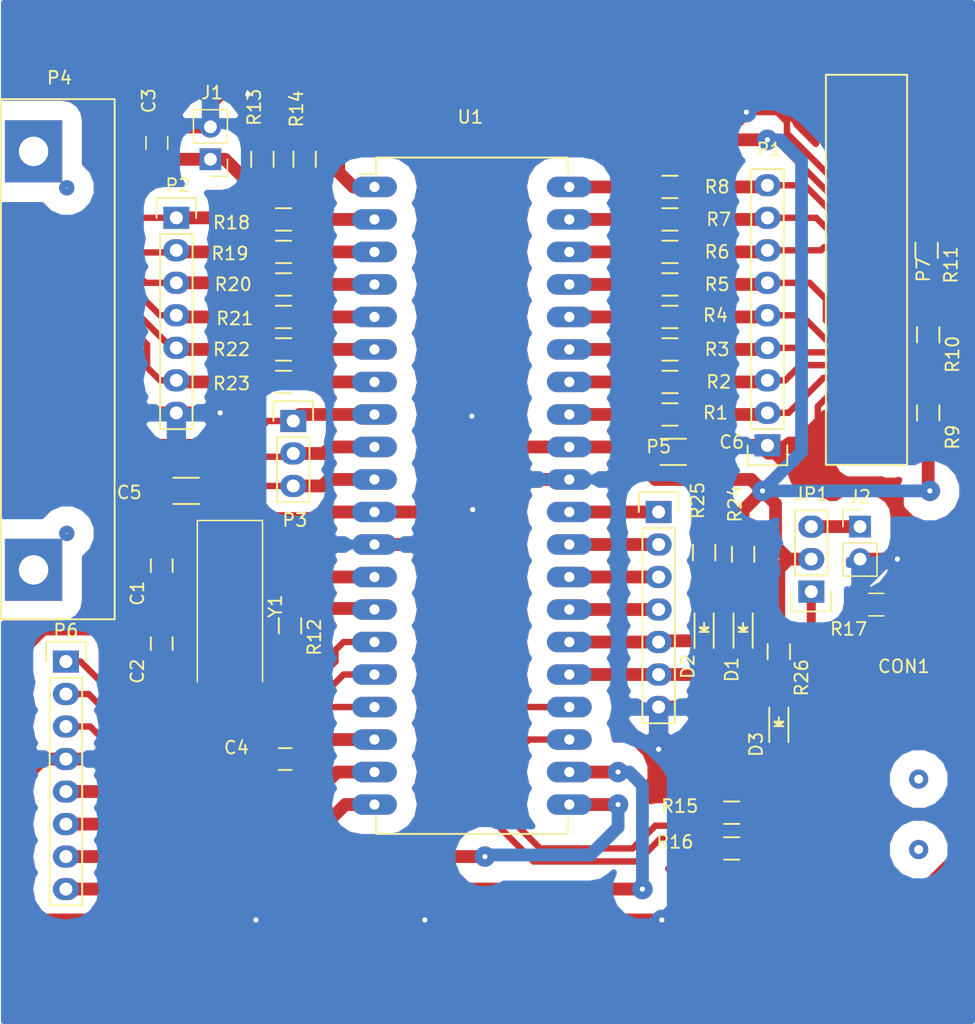
<source format=kicad_pcb>
(kicad_pcb (version 4) (host pcbnew 4.0.6-e0-6349~53~ubuntu14.04.1)
  (title_block (title "Tarjeta desarrollo Pic18F4550 simple") (date 2018-01-08) (rev "Rev 2") (company Cendit) (comment 1 "Escuela de Ing Eléctrica Universidad Central de Venezuela") (comment 2 "Trabajo Especial de Grado") (comment 3 correo@JoseArias.com.ve) (comment 4 "Jose Arias"))
  (layers (0 F.Cu signal) (31 B.Cu signal) (34 B.Paste user) (35 F.Paste user) (36 B.SilkS user) (37 F.SilkS user) (38 B.Mask user) (39 F.Mask user) (44 Edge.Cuts user))
  (net 0 "")
  (net 1 GNDPWR)
  (net 2 GND)
  (net 3 VDD)
  (net 4 /VUSB_CAP)
  (net 5 "Net-(CON1-Pad2)")
  (net 6 "Net-(CON1-Pad3)")
  (net 7 /OSC1)
  (net 8 /OSC2)
  (net 9 //INT)
  (net 10 MCLR)
  (net 11 VBUS)
  (net 12 USB_D-)
  (net 13 USB_D+)
  (net 14 "Net-(C2-Pad1)")
  (net 15 "Net-(C3-Pad1)")
  (net 16 "Net-(R1-Pad1)")
  (net 17 "Net-(R2-Pad1)")
  (net 18 "Net-(R3-Pad1)")
  (net 19 "Net-(R4-Pad1)")
  (net 20 "Net-(R5-Pad1)")
  (net 21 "Net-(R6-Pad1)")
  (net 22 "Net-(R7-Pad1)")
  (net 23 "Net-(R8-Pad1)")
  (net 24 VDC_IN)
  (net 25 /PB0)
  (net 26 /PB1)
  (net 27 /PB3)
  (net 28 /PB4)
  (net 29 /PB5)
  (net 30 /PB6)
  (net 31 /PB7)
  (net 32 /PA0)
  (net 33 /PA1)
  (net 34 /PA2)
  (net 35 /PA3)
  (net 36 /PA4)
  (net 37 /PE0)
  (net 38 /PE1)
  (net 39 /PE2)
  (net 40 /PA5)
  (net 41 "Net-(R18-Pad1)")
  (net 42 "Net-(R19-Pad1)")
  (net 43 "Net-(R20-Pad1)")
  (net 44 "Net-(R21-Pad1)")
  (net 45 "Net-(R22-Pad1)")
  (net 46 "Net-(R23-Pad1)")
  (net 47 /PD7)
  (net 48 /PD6)
  (net 49 /PD5)
  (net 50 /PD4)
  (net 51 /PC7)
  (net 52 /PC6)
  (net 53 /PC0)
  (net 54 /PC1)
  (net 55 /PC2)
  (net 56 /PD0)
  (net 57 /PD1)
  (net 58 /PD2)
  (net 59 /PD3)
  (net 60 "Net-(D1-Pad2)")
  (net 61 "Net-(D2-Pad2)")
  (net 62 "Net-(D3-Pad2)")
  (net 63 "Net-(P4-Pad13)")
  (net 64 "Net-(P7-Pad12)")
  (net 65 "Net-(P7-Pad13)")
  (module Pin_Headers:Pin_Header_Straight_1x03 (layer F.Cu) (at 151.511 109.093 180)
    (fp_text reference JP1 (at 0 7.62 180) (layer F.SilkS))
    (fp_text value JMP_VSEL)
    (pad 1 thru_hole rect (at 0 0 180) (size 2.032 1.7272) (drill 1.016) (layers *.Cu *.Mask) (net 11 VBUS))
    (pad 2 thru_hole oval (at 0 2.54 180) (size 2.032 1.7272) (drill 1.016) (layers *.Cu *.Mask) (net 3 VDD))
    (pad 3 thru_hole oval (at 0 5.08 180) (size 2.032 1.7272) (drill 1.016) (layers *.Cu *.Mask) (net 24 VDC_IN))
  )
  (module CenditFootprints:USB_SMT_B (layer F.Cu) (at 152.908 126.492)
    (fp_text reference CON1 (at 5.842 -11.557) (layer F.SilkS))
    (fp_text value USB_CON)
    (pad 1 smd rect (at 0 -1.87) (size 3 0.7) (layers F.Cu F.Paste F.Mask) (net 11 VBUS))
    (pad 4 smd rect (at 0 -0.62) (size 3 0.7) (layers F.Cu F.Paste F.Mask) (net 2 GND))
    (pad 2 smd rect (at 0 0.62) (size 3 0.7) (layers F.Cu F.Paste F.Mask) (net 5 "Net-(CON1-Pad2)"))
    (pad 3 smd rect (at 0 1.87) (size 3 0.7) (layers F.Cu F.Paste F.Mask) (net 6 "Net-(CON1-Pad3)"))
    (pad 5 smd rect (at 6.42 -6.92) (size 6.04 3.4) (layers F.Cu F.Paste F.Mask) (net 1 GNDPWR))
    (pad 5 smd rect (at 6.42 6.92) (size 6.04 3.4) (layers F.Cu F.Paste F.Mask) (net 1 GNDPWR))
    (pad "" np_thru_hole circle (at 7 -2.75) (size 1.5 1.5) (drill 0.7) (layers *.Cu *.Mask))
    (pad "" np_thru_hole circle (at 7 2.75) (size 1.5 1.5) (drill 0.7) (layers *.Cu *.Mask))
  )
  (module Capacitors_SMD:C_0805_HandSoldering (layer F.Cu) (at 100.33 74.041 90)
    (fp_text reference C3 (at 3.302 -0.635 90) (layer F.SilkS))
    (fp_text value 0.1uF/10V)
    (pad 1 smd rect (at -1.25 0 90) (size 1.5 1.25) (layers F.Cu F.Paste F.Mask) (net 15 "Net-(C3-Pad1)"))
    (pad 2 smd rect (at 1.25 0 90) (size 1.5 1.25) (layers F.Cu F.Paste F.Mask) (net 2 GND))
  )
  (module Resistors_SMD:R_0805_HandSoldering (layer F.Cu) (at 156.591 110.109 180)
    (fp_text reference R17 (at 2.159 -1.905 180) (layer F.SilkS))
    (fp_text value 0R)
    (pad 1 smd rect (at -1.35 0 180) (size 1.5 1.3) (layers F.Cu F.Paste F.Mask) (net 1 GNDPWR))
    (pad 2 smd rect (at 1.35 0 180) (size 1.5 1.3) (layers F.Cu F.Paste F.Mask) (net 2 GND))
  )
  (module Pin_Headers:Pin_Header_Straight_1x02_Pitch2.54mm (layer F.Cu) (at 155.321 104.013)
    (fp_text reference J2 (at 0 -2.33) (layer F.SilkS))
    (fp_text value POWER_CON_01X02)
    (pad 1 thru_hole rect (at 0 0) (size 1.7 1.7) (drill 1) (layers *.Cu *.Mask) (net 24 VDC_IN))
    (pad 2 thru_hole oval (at 0 2.54) (size 1.7 1.7) (drill 1) (layers *.Cu *.Mask) (net 2 GND))
  )
  (module Pin_Headers:Pin_Header_Straight_1x02_Pitch2.54mm (layer F.Cu) (at 104.521 75.311 180)
    (fp_text reference J1 (at -0.127 5.207 180) (layer F.SilkS))
    (fp_text value RESET_CON_01X02)
    (pad 1 thru_hole rect (at 0 0 180) (size 1.7 1.7) (drill 1) (layers *.Cu *.Mask) (net 15 "Net-(C3-Pad1)"))
    (pad 2 thru_hole oval (at 0 2.54 180) (size 1.7 1.7) (drill 1) (layers *.Cu *.Mask) (net 2 GND))
  )
  (module Capacitors_SMD:C_0805_HandSoldering (layer F.Cu) (at 100.711 107.061 270)
    (fp_text reference C1 (at 2.159 1.905 270) (layer F.SilkS))
    (fp_text value 22pF)
    (pad 1 smd rect (at -1.25 0 270) (size 1.5 1.25) (layers F.Cu F.Paste F.Mask) (net 7 /OSC1))
    (pad 2 smd rect (at 1.25 0 270) (size 1.5 1.25) (layers F.Cu F.Paste F.Mask) (net 2 GND))
  )
  (module Capacitors_SMD:C_0805_HandSoldering (layer F.Cu) (at 100.711 113.157 90)
    (fp_text reference C2 (at -2.159 -1.905 90) (layer F.SilkS))
    (fp_text value 22pF)
    (pad 1 smd rect (at -1.25 0 90) (size 1.5 1.25) (layers F.Cu F.Paste F.Mask) (net 14 "Net-(C2-Pad1)"))
    (pad 2 smd rect (at 1.25 0 90) (size 1.5 1.25) (layers F.Cu F.Paste F.Mask) (net 2 GND))
  )
  (module Capacitors_SMD:C_0805_HandSoldering (layer F.Cu) (at 110.363 122.174 180)
    (fp_text reference C4 (at 3.81 0.889 180) (layer F.SilkS))
    (fp_text value 0.1uF/10V)
    (pad 1 smd rect (at -1.25 0 180) (size 1.5 1.25) (layers F.Cu F.Paste F.Mask) (net 4 /VUSB_CAP))
    (pad 2 smd rect (at 1.25 0 180) (size 1.5 1.25) (layers F.Cu F.Paste F.Mask) (net 2 GND))
  )
  (module Capacitors_SMD:C_1206_HandSoldering (layer F.Cu) (at 102.616 101.219 180)
    (fp_text reference C5 (at 4.445 -0.127 180) (layer F.SilkS))
    (fp_text value 0.1uF/10V)
    (pad 1 smd rect (at -2 0 180) (size 2 1.6) (layers F.Cu F.Paste F.Mask) (net 3 VDD))
    (pad 2 smd rect (at 2 0 180) (size 2 1.6) (layers F.Cu F.Paste F.Mask) (net 2 GND))
  )
  (module Capacitors_SMD:C_1206_HandSoldering (layer F.Cu) (at 140.716 98.171)
    (fp_text reference C6 (at 4.572 -0.762) (layer F.SilkS))
    (fp_text value 0.1uF/10V)
    (pad 1 smd rect (at -2 0) (size 2 1.6) (layers F.Cu F.Paste F.Mask) (net 3 VDD))
    (pad 2 smd rect (at 2 0) (size 2 1.6) (layers F.Cu F.Paste F.Mask) (net 2 GND))
  )
  (module Resistors_SMD:R_0805_HandSoldering (layer F.Cu) (at 140.462 95.25)
    (fp_text reference R1 (at 3.556 -0.127) (layer F.SilkS))
    (fp_text value 100R)
    (pad 1 smd rect (at -1.35 0) (size 1.5 1.3) (layers F.Cu F.Paste F.Mask) (net 16 "Net-(R1-Pad1)"))
    (pad 2 smd rect (at 1.35 0) (size 1.5 1.3) (layers F.Cu F.Paste F.Mask) (net 25 /PB0))
  )
  (module Resistors_SMD:R_0805_HandSoldering (layer F.Cu) (at 140.462 92.71)
    (fp_text reference R2 (at 3.81 0) (layer F.SilkS))
    (fp_text value 100R)
    (pad 1 smd rect (at -1.35 0) (size 1.5 1.3) (layers F.Cu F.Paste F.Mask) (net 17 "Net-(R2-Pad1)"))
    (pad 2 smd rect (at 1.35 0) (size 1.5 1.3) (layers F.Cu F.Paste F.Mask) (net 26 /PB1))
  )
  (module Resistors_SMD:R_0805_HandSoldering (layer F.Cu) (at 140.462 90.17)
    (fp_text reference R3 (at 3.683 0) (layer F.SilkS))
    (fp_text value 300R)
    (pad 1 smd rect (at -1.35 0) (size 1.5 1.3) (layers F.Cu F.Paste F.Mask) (net 18 "Net-(R3-Pad1)"))
    (pad 2 smd rect (at 1.35 0) (size 1.5 1.3) (layers F.Cu F.Paste F.Mask) (net 9 //INT))
  )
  (module Resistors_SMD:R_0805_HandSoldering (layer F.Cu) (at 140.462 87.63)
    (fp_text reference R4 (at 3.556 -0.127) (layer F.SilkS))
    (fp_text value 300R)
    (pad 1 smd rect (at -1.35 0) (size 1.5 1.3) (layers F.Cu F.Paste F.Mask) (net 19 "Net-(R4-Pad1)"))
    (pad 2 smd rect (at 1.35 0) (size 1.5 1.3) (layers F.Cu F.Paste F.Mask) (net 27 /PB3))
  )
  (module Resistors_SMD:R_0805_HandSoldering (layer F.Cu) (at 140.462 85.09)
    (fp_text reference R5 (at 3.683 0) (layer F.SilkS))
    (fp_text value 300R)
    (pad 1 smd rect (at -1.35 0) (size 1.5 1.3) (layers F.Cu F.Paste F.Mask) (net 20 "Net-(R5-Pad1)"))
    (pad 2 smd rect (at 1.35 0) (size 1.5 1.3) (layers F.Cu F.Paste F.Mask) (net 28 /PB4))
  )
  (module Resistors_SMD:R_0805_HandSoldering (layer F.Cu) (at 140.462 82.55)
    (fp_text reference R6 (at 3.683 0) (layer F.SilkS))
    (fp_text value 300R)
    (pad 1 smd rect (at -1.35 0) (size 1.5 1.3) (layers F.Cu F.Paste F.Mask) (net 21 "Net-(R6-Pad1)"))
    (pad 2 smd rect (at 1.35 0) (size 1.5 1.3) (layers F.Cu F.Paste F.Mask) (net 29 /PB5))
  )
  (module Resistors_SMD:R_0805_HandSoldering (layer F.Cu) (at 140.462 80.01)
    (fp_text reference R7 (at 3.81 0) (layer F.SilkS))
    (fp_text value 300R)
    (pad 1 smd rect (at -1.35 0) (size 1.5 1.3) (layers F.Cu F.Paste F.Mask) (net 22 "Net-(R7-Pad1)"))
    (pad 2 smd rect (at 1.35 0) (size 1.5 1.3) (layers F.Cu F.Paste F.Mask) (net 30 /PB6))
  )
  (module Resistors_SMD:R_0805_HandSoldering (layer F.Cu) (at 140.462 77.47)
    (fp_text reference R8 (at 3.683 0) (layer F.SilkS))
    (fp_text value 300R)
    (pad 1 smd rect (at -1.35 0) (size 1.5 1.3) (layers F.Cu F.Paste F.Mask) (net 23 "Net-(R8-Pad1)"))
    (pad 2 smd rect (at 1.35 0) (size 1.5 1.3) (layers F.Cu F.Paste F.Mask) (net 31 /PB7))
  )
  (module Resistors_SMD:R_0805_HandSoldering (layer F.Cu) (at 160.655 95.123 90)
    (fp_text reference R9 (at -1.905 1.905 90) (layer F.SilkS))
    (fp_text value 4.7k)
    (pad 1 smd rect (at -1.35 0 90) (size 1.5 1.3) (layers F.Cu F.Paste F.Mask) (net 3 VDD))
    (pad 2 smd rect (at 1.35 0 90) (size 1.5 1.3) (layers F.Cu F.Paste F.Mask) (net 25 /PB0))
  )
  (module Resistors_SMD:R_0805_HandSoldering (layer F.Cu) (at 160.655 89.027 270)
    (fp_text reference R10 (at 1.524 -1.905 270) (layer F.SilkS))
    (fp_text value 4.7k)
    (pad 1 smd rect (at -1.35 0 270) (size 1.5 1.3) (layers F.Cu F.Paste F.Mask) (net 3 VDD))
    (pad 2 smd rect (at 1.35 0 270) (size 1.5 1.3) (layers F.Cu F.Paste F.Mask) (net 26 /PB1))
  )
  (module Resistors_SMD:R_0805_HandSoldering (layer F.Cu) (at 160.528 82.423 270)
    (fp_text reference R11 (at 1.143 -1.905 270) (layer F.SilkS))
    (fp_text value 10k)
    (pad 1 smd rect (at -1.35 0 270) (size 1.5 1.3) (layers F.Cu F.Paste F.Mask) (net 3 VDD))
    (pad 2 smd rect (at 1.35 0 270) (size 1.5 1.3) (layers F.Cu F.Paste F.Mask) (net 9 //INT))
  )
  (module Resistors_SMD:R_0805_HandSoldering (layer F.Cu) (at 110.744 111.76 270)
    (fp_text reference R12 (at 0.889 -1.905 270) (layer F.SilkS))
    (fp_text value RS)
    (pad 1 smd rect (at -1.35 0 270) (size 1.5 1.3) (layers F.Cu F.Paste F.Mask) (net 8 /OSC2))
    (pad 2 smd rect (at 1.35 0 270) (size 1.5 1.3) (layers F.Cu F.Paste F.Mask) (net 14 "Net-(C2-Pad1)"))
  )
  (module Resistors_SMD:R_0805_HandSoldering (layer F.Cu) (at 108.585 75.311 270)
    (fp_text reference R13 (at -4.064 0.635 270) (layer F.SilkS))
    (fp_text value 10k)
    (pad 1 smd rect (at -1.35 0 270) (size 1.5 1.3) (layers F.Cu F.Paste F.Mask) (net 3 VDD))
    (pad 2 smd rect (at 1.35 0 270) (size 1.5 1.3) (layers F.Cu F.Paste F.Mask) (net 15 "Net-(C3-Pad1)"))
  )
  (module Resistors_SMD:R_0805_HandSoldering (layer F.Cu) (at 111.887 75.311 270)
    (fp_text reference R14 (at -3.937 0.635 270) (layer F.SilkS))
    (fp_text value 1,5k)
    (pad 1 smd rect (at -1.35 0 270) (size 1.5 1.3) (layers F.Cu F.Paste F.Mask) (net 10 MCLR))
    (pad 2 smd rect (at 1.35 0 270) (size 1.5 1.3) (layers F.Cu F.Paste F.Mask) (net 15 "Net-(C3-Pad1)"))
  )
  (module Resistors_SMD:R_0805_HandSoldering (layer F.Cu) (at 145.288 126.365)
    (fp_text reference R15 (at -4.064 -0.508) (layer F.SilkS))
    (fp_text value 33R)
    (pad 1 smd rect (at -1.35 0) (size 1.5 1.3) (layers F.Cu F.Paste F.Mask) (net 12 USB_D-))
    (pad 2 smd rect (at 1.35 0) (size 1.5 1.3) (layers F.Cu F.Paste F.Mask) (net 5 "Net-(CON1-Pad2)"))
  )
  (module Resistors_SMD:R_0805_HandSoldering (layer F.Cu) (at 145.288 129.159)
    (fp_text reference R16 (at -4.445 -0.508) (layer F.SilkS))
    (fp_text value 33R)
    (pad 1 smd rect (at -1.35 0) (size 1.5 1.3) (layers F.Cu F.Paste F.Mask) (net 13 USB_D+))
    (pad 2 smd rect (at 1.35 0) (size 1.5 1.3) (layers F.Cu F.Paste F.Mask) (net 6 "Net-(CON1-Pad3)"))
  )
  (module CenditFootprints:PIC18F4550-PDIP (layer F.Cu) (at 117.348 77.47)
    (fp_text reference U1 (at 7.493 -5.461) (layer F.SilkS))
    (fp_text value PIC18F4550-I/P)
    (pad 1 thru_hole oval (at 0 0) (size 3.5 1.6) (drill 0.8) (layers *.Cu *.Mask) (net 10 MCLR))
    (pad 2 thru_hole oval (at 0 2.54) (size 3.5 1.6) (drill 0.8) (layers *.Cu *.Mask) (net 41 "Net-(R18-Pad1)"))
    (pad 3 thru_hole oval (at 0 5.08) (size 3.5 1.6) (drill 0.8) (layers *.Cu *.Mask) (net 42 "Net-(R19-Pad1)"))
    (pad 4 thru_hole oval (at 0 7.62) (size 3.5 1.6) (drill 0.8) (layers *.Cu *.Mask) (net 43 "Net-(R20-Pad1)"))
    (pad 5 thru_hole oval (at 0 10.16) (size 3.5 1.6) (drill 0.8) (layers *.Cu *.Mask) (net 44 "Net-(R21-Pad1)"))
    (pad 6 thru_hole oval (at 0 12.7) (size 3.5 1.6) (drill 0.8) (layers *.Cu *.Mask) (net 45 "Net-(R22-Pad1)"))
    (pad 7 thru_hole oval (at 0 15.24) (size 3.5 1.6) (drill 0.8) (layers *.Cu *.Mask) (net 46 "Net-(R23-Pad1)"))
    (pad 8 thru_hole oval (at 0 17.78) (size 3.5 1.6) (drill 0.8) (layers *.Cu *.Mask) (net 37 /PE0))
    (pad 9 thru_hole oval (at 0 20.32) (size 3.5 1.6) (drill 0.8) (layers *.Cu *.Mask) (net 38 /PE1))
    (pad 10 thru_hole oval (at 0 22.86) (size 3.5 1.6) (drill 0.8) (layers *.Cu *.Mask) (net 39 /PE2))
    (pad 11 thru_hole oval (at 0 25.4) (size 3.5 1.6) (drill 0.8) (layers *.Cu *.Mask) (net 3 VDD))
    (pad 12 thru_hole oval (at 0 27.94) (size 3.5 1.6) (drill 0.8) (layers *.Cu *.Mask) (net 2 GND))
    (pad 13 thru_hole oval (at 0 30.48) (size 3.5 1.6) (drill 0.8) (layers *.Cu *.Mask) (net 7 /OSC1))
    (pad 14 thru_hole oval (at 0 33.02) (size 3.5 1.6) (drill 0.8) (layers *.Cu *.Mask) (net 8 /OSC2))
    (pad 15 thru_hole oval (at 0 35.56) (size 3.5 1.6) (drill 0.8) (layers *.Cu *.Mask) (net 53 /PC0))
    (pad 16 thru_hole oval (at 0 38.1) (size 3.5 1.6) (drill 0.8) (layers *.Cu *.Mask) (net 54 /PC1))
    (pad 17 thru_hole oval (at 0 40.64) (size 3.5 1.6) (drill 0.8) (layers *.Cu *.Mask) (net 55 /PC2))
    (pad 18 thru_hole oval (at 0 43.18) (size 3.5 1.6) (drill 0.8) (layers *.Cu *.Mask) (net 4 /VUSB_CAP))
    (pad 19 thru_hole oval (at 0 45.72) (size 3.5 1.6) (drill 0.8) (layers *.Cu *.Mask) (net 56 /PD0))
    (pad 20 thru_hole oval (at 0 48.26) (size 3.5 1.6) (drill 0.8) (layers *.Cu *.Mask) (net 57 /PD1))
    (pad 21 thru_hole oval (at 15.24 48.26) (size 3.5 1.6) (drill 0.8) (layers *.Cu *.Mask) (net 58 /PD2))
    (pad 22 thru_hole oval (at 15.24 45.72) (size 3.5 1.6) (drill 0.8) (layers *.Cu *.Mask) (net 59 /PD3))
    (pad 23 thru_hole oval (at 15.24 43.18) (size 3.5 1.6) (drill 0.8) (layers *.Cu *.Mask) (net 12 USB_D-))
    (pad 24 thru_hole oval (at 15.24 40.64) (size 3.5 1.6) (drill 0.8) (layers *.Cu *.Mask) (net 13 USB_D+))
    (pad 25 thru_hole oval (at 15.24 38.1) (size 3.5 1.6) (drill 0.8) (layers *.Cu *.Mask) (net 52 /PC6))
    (pad 26 thru_hole oval (at 15.24 35.56) (size 3.5 1.6) (drill 0.8) (layers *.Cu *.Mask) (net 51 /PC7))
    (pad 27 thru_hole oval (at 15.24 33.02) (size 3.5 1.6) (drill 0.8) (layers *.Cu *.Mask) (net 50 /PD4))
    (pad 28 thru_hole oval (at 15.24 30.48) (size 3.5 1.6) (drill 0.8) (layers *.Cu *.Mask) (net 49 /PD5))
    (pad 29 thru_hole oval (at 15.24 27.94) (size 3.5 1.6) (drill 0.8) (layers *.Cu *.Mask) (net 48 /PD6))
    (pad 30 thru_hole oval (at 15.24 25.4) (size 3.5 1.6) (drill 0.8) (layers *.Cu *.Mask) (net 47 /PD7))
    (pad 31 thru_hole oval (at 15.24 22.86) (size 3.5 1.6) (drill 0.8) (layers *.Cu *.Mask) (net 2 GND))
    (pad 32 thru_hole oval (at 15.24 20.32) (size 3.5 1.6) (drill 0.8) (layers *.Cu *.Mask) (net 3 VDD))
    (pad 33 thru_hole oval (at 15.24 17.78) (size 3.5 1.6) (drill 0.8) (layers *.Cu *.Mask) (net 16 "Net-(R1-Pad1)"))
    (pad 34 thru_hole oval (at 15.24 15.24) (size 3.5 1.6) (drill 0.8) (layers *.Cu *.Mask) (net 17 "Net-(R2-Pad1)"))
    (pad 35 thru_hole oval (at 15.24 12.7) (size 3.5 1.6) (drill 0.8) (layers *.Cu *.Mask) (net 18 "Net-(R3-Pad1)"))
    (pad 36 thru_hole oval (at 15.24 10.16) (size 3.5 1.6) (drill 0.8) (layers *.Cu *.Mask) (net 19 "Net-(R4-Pad1)"))
    (pad 37 thru_hole oval (at 15.24 7.62) (size 3.5 1.6) (drill 0.8) (layers *.Cu *.Mask) (net 20 "Net-(R5-Pad1)"))
    (pad 38 thru_hole oval (at 15.24 5.08) (size 3.5 1.6) (drill 0.8) (layers *.Cu *.Mask) (net 21 "Net-(R6-Pad1)"))
    (pad 39 thru_hole oval (at 15.24 2.54) (size 3.5 1.6) (drill 0.8) (layers *.Cu *.Mask) (net 22 "Net-(R7-Pad1)"))
    (pad 40 thru_hole oval (at 15.24 0) (size 3.5 1.6) (drill 0.8) (layers *.Cu *.Mask) (net 23 "Net-(R8-Pad1)"))
  )
  (module Pin_Headers:Pin_Header_Straight_1x03 (layer F.Cu) (at 110.998 95.758)
    (fp_text reference P3 (at 0.127 7.747) (layer F.SilkS))
    (fp_text value PORTE_CON_3P)
    (pad 1 thru_hole rect (at 0 0) (size 2.032 1.7272) (drill 1.016) (layers *.Cu *.Mask) (net 37 /PE0))
    (pad 2 thru_hole oval (at 0 2.54) (size 2.032 1.7272) (drill 1.016) (layers *.Cu *.Mask) (net 38 /PE1))
    (pad 3 thru_hole oval (at 0 5.08) (size 2.032 1.7272) (drill 1.016) (layers *.Cu *.Mask) (net 39 /PE2))
  )
  (module Pin_Headers:Pin_Header_Straight_1x09 (layer F.Cu) (at 148.082 97.663 180)
    (fp_text reference P1 (at -0.127 23.114 180) (layer F.SilkS))
    (fp_text value PORTB_CON_9P)
    (pad 1 thru_hole rect (at 0 0 180) (size 2.032 1.7272) (drill 1.016) (layers *.Cu *.Mask) (net 2 GND))
    (pad 2 thru_hole oval (at 0 2.54 180) (size 2.032 1.7272) (drill 1.016) (layers *.Cu *.Mask) (net 25 /PB0))
    (pad 3 thru_hole oval (at 0 5.08 180) (size 2.032 1.7272) (drill 1.016) (layers *.Cu *.Mask) (net 26 /PB1))
    (pad 4 thru_hole oval (at 0 7.62 180) (size 2.032 1.7272) (drill 1.016) (layers *.Cu *.Mask) (net 9 //INT))
    (pad 5 thru_hole oval (at 0 10.16 180) (size 2.032 1.7272) (drill 1.016) (layers *.Cu *.Mask) (net 27 /PB3))
    (pad 6 thru_hole oval (at 0 12.7 180) (size 2.032 1.7272) (drill 1.016) (layers *.Cu *.Mask) (net 28 /PB4))
    (pad 7 thru_hole oval (at 0 15.24 180) (size 2.032 1.7272) (drill 1.016) (layers *.Cu *.Mask) (net 29 /PB5))
    (pad 8 thru_hole oval (at 0 17.78 180) (size 2.032 1.7272) (drill 1.016) (layers *.Cu *.Mask) (net 30 /PB6))
    (pad 9 thru_hole oval (at 0 20.32 180) (size 2.032 1.7272) (drill 1.016) (layers *.Cu *.Mask) (net 31 /PB7))
  )
  (module Pin_Headers:Pin_Header_Straight_1x07 (layer F.Cu) (at 101.854 79.883)
    (fp_text reference P2 (at 0.127 -2.54) (layer F.SilkS))
    (fp_text value PORTA_CON_6P)
    (pad 1 thru_hole rect (at 0 0) (size 2.032 1.7272) (drill 1.016) (layers *.Cu *.Mask) (net 32 /PA0))
    (pad 2 thru_hole oval (at 0 2.54) (size 2.032 1.7272) (drill 1.016) (layers *.Cu *.Mask) (net 33 /PA1))
    (pad 3 thru_hole oval (at 0 5.08) (size 2.032 1.7272) (drill 1.016) (layers *.Cu *.Mask) (net 34 /PA2))
    (pad 4 thru_hole oval (at 0 7.62) (size 2.032 1.7272) (drill 1.016) (layers *.Cu *.Mask) (net 35 /PA3))
    (pad 5 thru_hole oval (at 0 10.16) (size 2.032 1.7272) (drill 1.016) (layers *.Cu *.Mask) (net 36 /PA4))
    (pad 6 thru_hole oval (at 0 12.7) (size 2.032 1.7272) (drill 1.016) (layers *.Cu *.Mask) (net 40 /PA5))
    (pad 7 thru_hole oval (at 0 15.24) (size 2.032 1.7272) (drill 1.016) (layers *.Cu *.Mask) (net 2 GND))
  )
  (module Resistors_SMD:R_0805_HandSoldering (layer F.Cu) (at 110.236 80.01 180)
    (fp_text reference R18 (at 4.064 -0.254 180) (layer F.SilkS))
    (fp_text value 300R)
    (pad 1 smd rect (at -1.35 0 180) (size 1.5 1.3) (layers F.Cu F.Paste F.Mask) (net 41 "Net-(R18-Pad1)"))
    (pad 2 smd rect (at 1.35 0 180) (size 1.5 1.3) (layers F.Cu F.Paste F.Mask) (net 32 /PA0))
  )
  (module Resistors_SMD:R_0805_HandSoldering (layer F.Cu) (at 110.236 82.55 180)
    (fp_text reference R19 (at 4.191 -0.127 180) (layer F.SilkS))
    (fp_text value 300R)
    (pad 1 smd rect (at -1.35 0 180) (size 1.5 1.3) (layers F.Cu F.Paste F.Mask) (net 42 "Net-(R19-Pad1)"))
    (pad 2 smd rect (at 1.35 0 180) (size 1.5 1.3) (layers F.Cu F.Paste F.Mask) (net 33 /PA1))
  )
  (module Resistors_SMD:R_0805_HandSoldering (layer F.Cu) (at 110.236 85.09 180)
    (fp_text reference R20 (at 3.937 0 180) (layer F.SilkS))
    (fp_text value 300R)
    (pad 1 smd rect (at -1.35 0 180) (size 1.5 1.3) (layers F.Cu F.Paste F.Mask) (net 43 "Net-(R20-Pad1)"))
    (pad 2 smd rect (at 1.35 0 180) (size 1.5 1.3) (layers F.Cu F.Paste F.Mask) (net 34 /PA2))
  )
  (module Resistors_SMD:R_0805_HandSoldering (layer F.Cu) (at 110.236 87.63 180)
    (fp_text reference R21 (at 3.81 -0.127 180) (layer F.SilkS))
    (fp_text value 300R)
    (pad 1 smd rect (at -1.35 0 180) (size 1.5 1.3) (layers F.Cu F.Paste F.Mask) (net 44 "Net-(R21-Pad1)"))
    (pad 2 smd rect (at 1.35 0 180) (size 1.5 1.3) (layers F.Cu F.Paste F.Mask) (net 35 /PA3))
  )
  (module Resistors_SMD:R_0805_HandSoldering (layer F.Cu) (at 110.236 90.17 180)
    (fp_text reference R22 (at 4.064 0 180) (layer F.SilkS))
    (fp_text value 300R)
    (pad 1 smd rect (at -1.35 0 180) (size 1.5 1.3) (layers F.Cu F.Paste F.Mask) (net 45 "Net-(R22-Pad1)"))
    (pad 2 smd rect (at 1.35 0 180) (size 1.5 1.3) (layers F.Cu F.Paste F.Mask) (net 36 /PA4))
  )
  (module Resistors_SMD:R_0805_HandSoldering (layer F.Cu) (at 110.236 92.71 180)
    (fp_text reference R23 (at 4.064 -0.127 180) (layer F.SilkS))
    (fp_text value 300R)
    (pad 1 smd rect (at -1.35 0 180) (size 1.5 1.3) (layers F.Cu F.Paste F.Mask) (net 46 "Net-(R23-Pad1)"))
    (pad 2 smd rect (at 1.35 0 180) (size 1.5 1.3) (layers F.Cu F.Paste F.Mask) (net 40 /PA5))
  )
  (module Pin_Headers:Pin_Header_Straight_1x07 (layer F.Cu) (at 139.573 102.87)
    (fp_text reference P5 (at 0 -5.1) (layer F.SilkS))
    (fp_text value PORTCD_H_CON_7P)
    (pad 1 thru_hole rect (at 0 0) (size 2.032 1.7272) (drill 1.016) (layers *.Cu *.Mask) (net 47 /PD7))
    (pad 2 thru_hole oval (at 0 2.54) (size 2.032 1.7272) (drill 1.016) (layers *.Cu *.Mask) (net 48 /PD6))
    (pad 3 thru_hole oval (at 0 5.08) (size 2.032 1.7272) (drill 1.016) (layers *.Cu *.Mask) (net 49 /PD5))
    (pad 4 thru_hole oval (at 0 7.62) (size 2.032 1.7272) (drill 1.016) (layers *.Cu *.Mask) (net 50 /PD4))
    (pad 5 thru_hole oval (at 0 10.16) (size 2.032 1.7272) (drill 1.016) (layers *.Cu *.Mask) (net 51 /PC7))
    (pad 6 thru_hole oval (at 0 12.7) (size 2.032 1.7272) (drill 1.016) (layers *.Cu *.Mask) (net 52 /PC6))
    (pad 7 thru_hole oval (at 0 15.24) (size 2.032 1.7272) (drill 1.016) (layers *.Cu *.Mask) (net 2 GND))
  )
  (module CenditFootprints:SATA_RECEPTACLE_VERTICAL_SMT_6P_7P (layer F.Cu) (at 156.464 83.947 90)
    (fp_text reference P7 (at 0 3.81 90) (layer F.SilkS))
    (fp_text value SATA_CON_R_13P)
    (pad 8 smd rect (at 3.03 -1.7 90) (size 0.5 2.3) (layers F.Cu F.Paste F.Mask) (net 30 /PB6))
    (pad 7 smd rect (at 1.76 -1.7 90) (size 0.5 2.3) (layers F.Cu F.Paste F.Mask) (net 29 /PB5))
    (pad 9 smd rect (at 4.3 -1.7 90) (size 0.5 2.3) (layers F.Cu F.Paste F.Mask) (net 31 /PB7))
    (pad 10 smd rect (at 5.57 -1.7 90) (size 0.5 2.3) (layers F.Cu F.Paste F.Mask) (net 3 VDD))
    (pad 11 smd rect (at 6.84 -1.7 90) (size 0.5 2.3) (layers F.Cu F.Paste F.Mask) (net 2 GND))
    (pad 12 smd rect (at 8.11 -1.7 90) (size 0.5 2.3) (layers F.Cu F.Paste F.Mask) (net 64 "Net-(P7-Pad12)"))
    (pad 13 smd rect (at 9.38 -1.7 90) (size 0.5 2.3) (layers F.Cu F.Paste F.Mask) (net 65 "Net-(P7-Pad13)"))
    (pad 6 smd rect (at -4.45 -1.7 90) (size 0.7 2.3) (layers F.Cu F.Paste F.Mask) (net 28 /PB4))
    (pad 5 smd rect (at -5.45 -1.7 90) (size 0.7 2.3) (layers F.Cu F.Paste F.Mask) (net 27 /PB3))
    (pad 4 smd rect (at -6.45 -1.7 90) (size 0.7 2.3) (layers F.Cu F.Paste F.Mask) (net 9 //INT))
    (pad 3 smd rect (at -7.45 -1.7 90) (size 0.7 2.3) (layers F.Cu F.Paste F.Mask) (net 26 /PB1))
    (pad 2 smd rect (at -8.45 -1.7 90) (size 0.7 2.3) (layers F.Cu F.Paste F.Mask) (net 25 /PB0))
    (pad 1 smd rect (at -9.45 -1.7 90) (size 0.7 2.3) (layers F.Cu F.Paste F.Mask) (net 2 GND))
    (pad 14 smd rect (at 13.8 0 90) (size 1.8 3.2) (layers F.Cu F.Paste F.Mask))
    (pad 14 smd rect (at -13.8 0 90) (size 1.8 3.2) (layers F.Cu F.Paste F.Mask))
  )
  (module Pin_Headers:Pin_Header_Straight_1x08 (layer F.Cu) (at 93.218 114.554)
    (fp_text reference P6 (at 0 -2.413) (layer F.SilkS))
    (fp_text value PORTCD_L_CON_8P)
    (pad 1 thru_hole rect (at 0 0) (size 2.032 1.7272) (drill 1.016) (layers *.Cu *.Mask) (net 53 /PC0))
    (pad 2 thru_hole oval (at 0 2.54) (size 2.032 1.7272) (drill 1.016) (layers *.Cu *.Mask) (net 54 /PC1))
    (pad 3 thru_hole oval (at 0 5.08) (size 2.032 1.7272) (drill 1.016) (layers *.Cu *.Mask) (net 55 /PC2))
    (pad 4 thru_hole oval (at 0 7.62) (size 2.032 1.7272) (drill 1.016) (layers *.Cu *.Mask) (net 2 GND))
    (pad 5 thru_hole oval (at 0 10.16) (size 2.032 1.7272) (drill 1.016) (layers *.Cu *.Mask) (net 56 /PD0))
    (pad 6 thru_hole oval (at 0 12.7) (size 2.032 1.7272) (drill 1.016) (layers *.Cu *.Mask) (net 57 /PD1))
    (pad 7 thru_hole oval (at 0 15.24) (size 2.032 1.7272) (drill 1.016) (layers *.Cu *.Mask) (net 58 /PD2))
    (pad 8 thru_hole oval (at 0 17.78) (size 2.032 1.7272) (drill 1.016) (layers *.Cu *.Mask) (net 59 /PD3))
  )
  (module LEDs:LED_0805 (layer F.Cu) (at 146.177 111.887 90)
    (fp_text reference D1 (at -3.302 -0.889 90) (layer F.SilkS))
    (fp_text value LED)
    (pad 2 smd rect (at 1.04902 0 270) (size 1.19888 1.19888) (layers F.Cu F.Paste F.Mask) (net 60 "Net-(D1-Pad2)"))
    (pad 1 smd rect (at -1.04902 0 270) (size 1.19888 1.19888) (layers F.Cu F.Paste F.Mask) (net 52 /PC6))
  )
  (module LEDs:LED_0805 (layer F.Cu) (at 143.129 111.887 90)
    (fp_text reference D2 (at -3.048 -1.27 90) (layer F.SilkS))
    (fp_text value LED)
    (pad 2 smd rect (at 1.04902 0 270) (size 1.19888 1.19888) (layers F.Cu F.Paste F.Mask) (net 61 "Net-(D2-Pad2)"))
    (pad 1 smd rect (at -1.04902 0 270) (size 1.19888 1.19888) (layers F.Cu F.Paste F.Mask) (net 51 /PC7))
  )
  (module LEDs:LED_0805 (layer F.Cu) (at 148.971 119.253 90)
    (fp_text reference D3 (at -1.778 -1.778 90) (layer F.SilkS))
    (fp_text value LED)
    (pad 2 smd rect (at 1.04902 0 270) (size 1.19888 1.19888) (layers F.Cu F.Paste F.Mask) (net 62 "Net-(D3-Pad2)"))
    (pad 1 smd rect (at -1.04902 0 270) (size 1.19888 1.19888) (layers F.Cu F.Paste F.Mask) (net 2 GND))
  )
  (module Resistors_SMD:R_0805_HandSoldering (layer F.Cu) (at 146.177 106.172 90)
    (fp_text reference R24 (at 3.937 -0.635 90) (layer F.SilkS))
    (fp_text value 1,5k)
    (pad 1 smd rect (at -1.35 0 90) (size 1.5 1.3) (layers F.Cu F.Paste F.Mask) (net 60 "Net-(D1-Pad2)"))
    (pad 2 smd rect (at 1.35 0 90) (size 1.5 1.3) (layers F.Cu F.Paste F.Mask) (net 3 VDD))
  )
  (module Resistors_SMD:R_0805_HandSoldering (layer F.Cu) (at 143.129 106.045 90)
    (fp_text reference R25 (at 4.064 -0.508 90) (layer F.SilkS))
    (fp_text value 1,5k)
    (pad 1 smd rect (at -1.35 0 90) (size 1.5 1.3) (layers F.Cu F.Paste F.Mask) (net 61 "Net-(D2-Pad2)"))
    (pad 2 smd rect (at 1.35 0 90) (size 1.5 1.3) (layers F.Cu F.Paste F.Mask) (net 3 VDD))
  )
  (module Resistors_SMD:R_0805_HandSoldering (layer F.Cu) (at 148.971 113.792 270)
    (fp_text reference R26 (at 2.032 -1.778 270) (layer F.SilkS))
    (fp_text value 10k)
    (pad 1 smd rect (at -1.35 0 270) (size 1.5 1.3) (layers F.Cu F.Paste F.Mask) (net 3 VDD))
    (pad 2 smd rect (at 1.35 0 270) (size 1.5 1.3) (layers F.Cu F.Paste F.Mask) (net 62 "Net-(D3-Pad2)"))
  )
  (module CenditFootprints2:SLIMLINE_SATA_PLUG_7P_6P (layer F.Cu) (at 94.488 89.662 270)
    (fp_text reference P4 (at -20.701 1.778 360) (layer F.SilkS))
    (fp_text value SATA_CON_L_13P)
    (pad 14 smd rect (at 0 0 270) (size 2.4 1.5) (layers F.Cu F.Paste F.Mask))
    (pad 12 smd rect (at 9.49 0 270) (size 0.7 1.5) (layers F.Cu F.Paste F.Mask) (net 39 /PE2))
    (pad 11 smd rect (at 8.22 0 270) (size 0.7 1.5) (layers F.Cu F.Paste F.Mask) (net 38 /PE1))
    (pad 13 smd rect (at 10.76 0 270) (size 0.7 1.5) (layers F.Cu F.Paste F.Mask) (net 63 "Net-(P4-Pad13)"))
    (pad 10 smd rect (at 6.95 0 270) (size 0.7 1.5) (layers F.Cu F.Paste F.Mask) (net 37 /PE0))
    (pad 9 smd rect (at 5.68 0 270) (size 0.7 1.5) (layers F.Cu F.Paste F.Mask) (net 2 GND))
    (pad 8 smd rect (at 4.41 0 270) (size 0.7 1.5) (layers F.Cu F.Paste F.Mask) (net 2 GND))
    (pad 7 smd rect (at 3.14 0 270) (size 0.7 1.5) (layers F.Cu F.Paste F.Mask) (net 2 GND))
    (pad 6 smd rect (at -3.07 0 270) (size 0.7 1.5) (layers F.Cu F.Paste F.Mask) (net 40 /PA5))
    (pad 5 smd rect (at -4.07 0 270) (size 0.7 1.5) (layers F.Cu F.Paste F.Mask) (net 36 /PA4))
    (pad 4 smd rect (at -5.07 0 270) (size 0.7 1.5) (layers F.Cu F.Paste F.Mask) (net 35 /PA3))
    (pad 3 smd rect (at -6.07 0 270) (size 0.7 1.5) (layers F.Cu F.Paste F.Mask) (net 34 /PA2))
    (pad 2 smd rect (at -7.07 0 270) (size 0.7 1.5) (layers F.Cu F.Paste F.Mask) (net 33 /PA1))
    (pad 1 smd rect (at -8.07 0 270) (size 0.7 1.5) (layers F.Cu F.Paste F.Mask) (net 32 /PA0))
    (pad "" np_thru_hole circle (at 14.88 1.2 270) (size 1.2 1.2) (drill 0.1) (layers *.Cu *.Mask))
    (pad "" np_thru_hole circle (at -12.12 1.2 270) (size 1.2 1.2) (drill 0.1) (layers *.Cu *.Mask))
    (pad "" np_thru_hole rect (at 17.73 3.8 270) (size 4.85 4.5) (drill 2.3) (layers *.Cu *.Mask))
    (pad "" np_thru_hole rect (at -14.97 3.8 270) (size 4.85 4.5) (drill 2.3) (layers *.Cu *.Mask))
  )
  (module Crystals:Crystal_SMD_HC49-SD (layer F.Cu) (at 106.045 110.236 270)
    (fp_text reference Y1 (at 0 -3.55 270) (layer F.SilkS))
    (fp_text value 20MHZ)
    (pad 1 smd rect (at -4.25 0 270) (size 4.5 2) (layers F.Cu F.Mask) (net 7 /OSC1))
    (pad 2 smd rect (at 4.25 0 270) (size 4.5 2) (layers F.Cu F.Mask) (net 14 "Net-(C2-Pad1)"))
  )
  (segment (start 159.328 119.572) (end 160.593 119.572) (width 1) (layer F.Cu) (net 1))
  (segment (start 160.593 119.572) (end 162.687 121.666) (width 1) (layer F.Cu) (net 1))
  (segment (start 162.687 130.053) (end 159.328 133.412) (width 1) (layer F.Cu) (net 1))
  (segment (start 162.687 121.666) (end 162.687 130.053) (width 1) (layer F.Cu) (net 1))
  (segment (start 159.328 119.572) (end 159.328 119.818) (width 1) (layer F.Cu) (net 1))
  (segment (start 159.328 119.572) (end 161.228 119.572) (width 1) (layer F.Cu) (net 1))
  (segment (start 157.941 110.109) (end 157.941 118.185) (width 1) (layer F.Cu) (net 1))
  (segment (start 157.941 118.185) (end 159.328 119.572) (width 1) (layer F.Cu) (net 1))
  (segment (start 152.908 125.872) (end 150.002 125.872) (width 0.7) (layer F.Cu) (net 2))
  (segment (start 142.367 124.206) (end 139.573 121.412) (width 0.7) (layer F.Cu) (net 2))
  (segment (start 148.336 124.206) (end 142.367 124.206) (width 0.7) (layer F.Cu) (net 2))
  (segment (start 150.002 125.872) (end 148.336 124.206) (width 0.7) (layer F.Cu) (net 2))
  (segment (start 139.827 134.747) (end 153.67 134.747) (width 1) (layer B.Cu) (net 2))
  (segment (start 157.48 106.553) (end 154.813 109.22) (width 1) (layer B.Cu) (net 2))
  (segment (start 154.813 109.22) (end 154.813 133.604) (width 1) (layer B.Cu) (net 2))
  (segment (start 154.813 133.604) (end 153.67 134.747) (width 1) (layer B.Cu) (net 2))
  (segment (start 157.48 106.553) (end 158.242 106.553) (width 1) (layer B.Cu) (net 2))
  (segment (start 98.806 103.886) (end 103.632 103.886) (width 0.35) (layer F.Cu) (net 2))
  (segment (start 117.348 105.41) (end 110.49 105.41) (width 0.35) (layer F.Cu) (net 2))
  (segment (start 110.49 105.41) (end 109.855 104.775) (width 0.35) (layer F.Cu) (net 2))
  (segment (start 97.663 112.014) (end 97.663 112.141) (width 0.35) (layer F.Cu) (net 2))
  (segment (start 112.522 114.173) (end 112.522 112.649) (width 0.35) (layer F.Cu) (net 2))
  (segment (start 109.093 117.602) (end 112.522 114.173) (width 0.35) (layer F.Cu) (net 2))
  (segment (start 101.219 117.602) (end 109.093 117.602) (width 0.35) (layer F.Cu) (net 2))
  (segment (start 98.933 115.316) (end 101.219 117.602) (width 0.35) (layer F.Cu) (net 2))
  (segment (start 98.933 113.411) (end 98.933 115.316) (width 0.35) (layer F.Cu) (net 2))
  (segment (start 97.663 112.141) (end 98.933 113.411) (width 0.35) (layer F.Cu) (net 2))
  (segment (start 98.7425 110.9345) (end 100.076 109.601) (width 1) (layer F.Cu) (net 2))
  (segment (start 100.203 109.855) (end 100.203 109.728) (width 1) (layer F.Cu) (net 2))
  (segment (start 100.076 109.728) (end 100.203 109.855) (width 1) (layer F.Cu) (net 2))
  (segment (start 100.076 109.601) (end 100.076 109.728) (width 1) (layer F.Cu) (net 2))
  (segment (start 91.44 112.014) (end 97.663 112.014) (width 1) (layer F.Cu) (net 2))
  (segment (start 89.916 113.538) (end 91.44 112.014) (width 1) (layer F.Cu) (net 2))
  (segment (start 89.916 123.698) (end 89.916 113.538) (width 1) (layer F.Cu) (net 2))
  (segment (start 97.663 112.014) (end 98.7425 110.9345) (width 1) (layer F.Cu) (net 2))
  (segment (start 98.7425 110.9345) (end 98.806 110.871) (width 1) (layer F.Cu) (net 2))
  (segment (start 109.113 122.174) (end 107.569 122.174) (width 1) (layer F.Cu) (net 2))
  (segment (start 107.569 122.174) (end 98.806 122.174) (width 1) (layer F.Cu) (net 2))
  (segment (start 98.806 122.174) (end 93.218 122.174) (width 1) (layer F.Cu) (net 2))
  (segment (start 100.616 101.219) (end 100.076 101.219) (width 1) (layer F.Cu) (net 2))
  (segment (start 100.076 101.219) (end 98.806 102.489) (width 1) (layer F.Cu) (net 2))
  (segment (start 98.806 108.331) (end 100.203 109.728) (width 1) (layer F.Cu) (net 2))
  (segment (start 98.806 102.489) (end 98.806 103.886) (width 1) (layer F.Cu) (net 2))
  (segment (start 98.806 103.886) (end 98.806 108.331) (width 1) (layer F.Cu) (net 2))
  (segment (start 100.203 109.728) (end 100.711 110.236) (width 1) (layer F.Cu) (net 2))
  (segment (start 100.711 110.236) (end 106.553 110.236) (width 1) (layer F.Cu) (net 2))
  (segment (start 100.711 111.907) (end 100.711 110.236) (width 1) (layer F.Cu) (net 2))
  (segment (start 100.711 110.236) (end 100.711 108.311) (width 1) (layer F.Cu) (net 2))
  (segment (start 94.488 95.342) (end 96.866 95.342) (width 0.5) (layer F.Cu) (net 2))
  (segment (start 96.866 95.342) (end 98.136 94.072) (width 0.5) (layer F.Cu) (net 2))
  (segment (start 94.488 94.072) (end 98.136 94.072) (width 0.5) (layer F.Cu) (net 2))
  (segment (start 98.136 94.072) (end 98.171 94.107) (width 0.5) (layer F.Cu) (net 2))
  (segment (start 94.488 92.802) (end 96.866 92.802) (width 0.5) (layer F.Cu) (net 2))
  (segment (start 99.187 95.123) (end 98.171 94.107) (width 1) (layer F.Cu) (net 2))
  (segment (start 99.187 95.123) (end 101.854 95.123) (width 1) (layer F.Cu) (net 2))
  (segment (start 96.866 92.802) (end 98.171 94.107) (width 0.5) (layer F.Cu) (net 2))
  (segment (start 108.3945 104.9655) (end 108.3945 71.1835) (width 1) (layer B.Cu) (net 2))
  (segment (start 108.3945 71.1835) (end 107.442 70.231) (width 1) (layer B.Cu) (net 2))
  (segment (start 107.442 70.231) (end 105.283 70.231) (width 1) (layer F.Cu) (net 2))
  (segment (start 105.283 70.231) (end 104.521 70.993) (width 1) (layer F.Cu) (net 2))
  (segment (start 104.521 70.993) (end 104.521 72.771) (width 1) (layer F.Cu) (net 2))
  (segment (start 114.808 70.231) (end 107.442 70.231) (width 1) (layer F.Cu) (net 2))
  (segment (start 154.764 77.107) (end 153.434 77.107) (width 0.5) (layer F.Cu) (net 2))
  (segment (start 145.796 72.263) (end 146.431 71.628) (width 1) (layer F.Cu) (net 2))
  (via (at 146.431 71.628) (size 1.6) (drill 0.4) (layers F.Cu B.Cu) (net 2))
  (segment (start 114.808 70.231) (end 116.84 72.263) (width 1) (layer F.Cu) (net 2))
  (segment (start 116.84 72.263) (end 145.796 72.263) (width 1) (layer F.Cu) (net 2))
  (segment (start 148.844 71.628) (end 146.431 71.628) (width 0.5) (layer F.Cu) (net 2))
  (segment (start 149.606 72.39) (end 148.844 71.628) (width 0.5) (layer F.Cu) (net 2))
  (segment (start 149.606 73.279) (end 149.606 72.39) (width 0.5) (layer F.Cu) (net 2))
  (segment (start 153.434 77.107) (end 149.606 73.279) (width 0.5) (layer F.Cu) (net 2))
  (segment (start 107.442 70.231) (end 107.315 70.231) (width 1) (layer B.Cu) (net 2))
  (via (at 107.442 70.231) (size 1.6) (drill 0.4) (layers F.Cu B.Cu) (net 2))
  (segment (start 125.0315 102.6795) (end 125.0315 105.0925) (width 1) (layer B.Cu) (net 2))
  (via (at 121.285 134.747) (size 1.6) (drill 0.4) (layers F.Cu B.Cu) (net 2))
  (segment (start 122.301 133.731) (end 121.285 134.747) (width 1) (layer B.Cu) (net 2))
  (segment (start 122.301 107.823) (end 122.301 133.731) (width 1) (layer B.Cu) (net 2))
  (segment (start 125.0315 105.0925) (end 122.301 107.823) (width 1) (layer B.Cu) (net 2))
  (segment (start 105.283 95.123) (end 105.283 101.854) (width 1) (layer B.Cu) (net 2))
  (segment (start 105.283 101.854) (end 108.3945 104.9655) (width 1) (layer B.Cu) (net 2))
  (segment (start 108.3945 104.9655) (end 109.347 105.918) (width 1) (layer B.Cu) (net 2))
  (segment (start 109.347 105.918) (end 109.347 133.477) (width 1) (layer B.Cu) (net 2))
  (segment (start 109.347 133.477) (end 108.077 134.747) (width 1) (layer B.Cu) (net 2))
  (via (at 108.077 134.747) (size 1.6) (drill 0.4) (layers F.Cu B.Cu) (net 2))
  (segment (start 158.242 106.553) (end 158.242 101.854) (width 1) (layer F.Cu) (net 2))
  (segment (start 158.242 101.854) (end 158.115 101.727) (width 1) (layer F.Cu) (net 2))
  (segment (start 158.115 101.727) (end 156.972 100.584) (width 1) (layer F.Cu) (net 2))
  (segment (start 156.972 100.584) (end 151.003 100.584) (width 1) (layer F.Cu) (net 2))
  (segment (start 155.321 106.553) (end 158.242 106.553) (width 1) (layer F.Cu) (net 2))
  (segment (start 158.242 106.553) (end 158.115 106.553) (width 1) (layer B.Cu) (net 2))
  (via (at 158.242 106.553) (size 1.6) (drill 0.4) (layers F.Cu B.Cu) (net 2))
  (segment (start 139.573 121.412) (end 139.573 121.92) (width 1) (layer B.Cu) (net 2))
  (segment (start 139.573 121.92) (end 140.716 123.063) (width 1) (layer B.Cu) (net 2))
  (segment (start 140.716 123.063) (end 140.716 133.858) (width 1) (layer B.Cu) (net 2))
  (segment (start 140.716 133.858) (end 139.827 134.747) (width 1) (layer B.Cu) (net 2))
  (via (at 139.827 134.747) (size 1.6) (drill 0.4) (layers F.Cu B.Cu) (net 2))
  (via (at 105.283 95.123) (size 1.6) (drill 0.4) (layers F.Cu B.Cu) (net 2))
  (segment (start 105.283 95.123) (end 101.854 95.123) (width 1) (layer F.Cu) (net 2))
  (segment (start 93.218 122.174) (end 91.44 122.174) (width 1) (layer F.Cu) (net 2))
  (segment (start 91.44 122.174) (end 89.916 123.698) (width 1) (layer F.Cu) (net 2))
  (segment (start 139.827 134.747) (end 121.285 134.747) (width 1) (layer F.Cu) (net 2))
  (segment (start 121.285 134.747) (end 108.077 134.747) (width 1) (layer F.Cu) (net 2))
  (segment (start 108.077 134.747) (end 91.186 134.747) (width 1) (layer F.Cu) (net 2))
  (segment (start 89.916 133.477) (end 89.916 123.698) (width 1) (layer F.Cu) (net 2))
  (segment (start 91.186 134.747) (end 89.916 133.477) (width 1) (layer F.Cu) (net 2))
  (segment (start 125.0315 102.6795) (end 125.0315 95.4405) (width 1) (layer B.Cu) (net 2))
  (via (at 124.968 95.377) (size 1.6) (drill 0.4) (layers F.Cu B.Cu) (net 2))
  (segment (start 125.0315 95.4405) (end 124.968 95.377) (width 1) (layer B.Cu) (net 2))
  (via (at 125.0315 102.6795) (size 1.6) (drill 0.4) (layers F.Cu B.Cu) (net 2))
  (segment (start 125.0315 102.6795) (end 125.095 102.616) (width 1) (layer B.Cu) (net 2))
  (segment (start 117.348 105.41) (end 122.301 105.41) (width 1) (layer F.Cu) (net 2))
  (segment (start 127.381 100.33) (end 132.588 100.33) (width 1) (layer F.Cu) (net 2))
  (segment (start 122.301 105.41) (end 125.0315 102.6795) (width 1) (layer F.Cu) (net 2))
  (segment (start 125.0315 102.6795) (end 127.381 100.33) (width 1) (layer F.Cu) (net 2))
  (segment (start 139.573 118.11) (end 144.907 118.11) (width 1) (layer F.Cu) (net 2))
  (segment (start 147.09902 120.30202) (end 148.971 120.30202) (width 1) (layer F.Cu) (net 2))
  (segment (start 144.907 118.11) (end 147.09902 120.30202) (width 1) (layer F.Cu) (net 2))
  (segment (start 154.764 93.397) (end 153.237 93.397) (width 0.5) (layer F.Cu) (net 2))
  (segment (start 152.019 99.568) (end 151.003 100.584) (width 0.5) (layer F.Cu) (net 2))
  (segment (start 152.019 94.615) (end 152.019 99.568) (width 0.5) (layer F.Cu) (net 2))
  (segment (start 153.237 93.397) (end 152.019 94.615) (width 0.5) (layer F.Cu) (net 2))
  (segment (start 100.33 72.791) (end 104.501 72.791) (width 1) (layer F.Cu) (net 2))
  (segment (start 104.501 72.791) (end 104.521 72.771) (width 1) (layer F.Cu) (net 2))
  (segment (start 151.003 100.584) (end 148.082 97.663) (width 1) (layer F.Cu) (net 2))
  (via (at 139.573 121.412) (size 1.6) (drill 0.4) (layers F.Cu B.Cu) (net 2))
  (segment (start 139.573 121.412) (end 139.573 118.11) (width 1) (layer F.Cu) (net 2))
  (segment (start 155.321 106.553) (end 155.321 110.029) (width 1) (layer F.Cu) (net 2))
  (segment (start 155.321 110.029) (end 155.241 110.109) (width 1) (layer F.Cu) (net 2))
  (segment (start 148.082 97.663) (end 148.082 97.917) (width 1) (layer F.Cu) (net 2))
  (segment (start 148.082 97.663) (end 143.224 97.663) (width 1) (layer F.Cu) (net 2))
  (segment (start 143.224 97.663) (end 142.716 98.171) (width 1) (layer F.Cu) (net 2))
  (segment (start 104.616 101.219) (end 106.807 101.219) (width 1) (layer F.Cu) (net 3))
  (segment (start 114.046 102.87) (end 117.348 102.87) (width 1) (layer F.Cu) (net 3))
  (segment (start 113.538 103.378) (end 114.046 102.87) (width 1) (layer F.Cu) (net 3))
  (segment (start 108.966 103.378) (end 113.538 103.378) (width 1) (layer F.Cu) (net 3))
  (segment (start 106.807 101.219) (end 108.966 103.378) (width 1) (layer F.Cu) (net 3))
  (segment (start 147.701 101.219) (end 160.782 101.219) (width 1) (layer B.Cu) (net 3))
  (segment (start 160.655 101.092) (end 160.655 96.473) (width 1) (layer F.Cu) (net 3))
  (segment (start 160.782 101.219) (end 160.655 101.092) (width 1) (layer F.Cu) (net 3))
  (via (at 160.782 101.219) (size 1.6) (drill 0.4) (layers F.Cu B.Cu) (net 3))
  (segment (start 154.764 78.377) (end 153.307 78.377) (width 0.5) (layer F.Cu) (net 3))
  (segment (start 148.717 73.787) (end 148.082 73.787) (width 0.5) (layer F.Cu) (net 3))
  (segment (start 153.307 78.377) (end 148.717 73.787) (width 0.5) (layer F.Cu) (net 3))
  (segment (start 117.348 102.87) (end 121.285 102.87) (width 1) (layer F.Cu) (net 3))
  (segment (start 126.365 97.79) (end 132.588 97.79) (width 1) (layer F.Cu) (net 3))
  (segment (start 121.285 102.87) (end 126.365 97.79) (width 1) (layer F.Cu) (net 3))
  (segment (start 148.971 112.442) (end 148.971 107.315) (width 1) (layer F.Cu) (net 3))
  (segment (start 148.971 107.315) (end 149.733 106.553) (width 1) (layer F.Cu) (net 3))
  (segment (start 146.177 104.822) (end 146.177 102.743) (width 1) (layer F.Cu) (net 3))
  (segment (start 146.177 102.743) (end 147.701 101.219) (width 1) (layer F.Cu) (net 3))
  (segment (start 143.129 104.695) (end 143.129 101.854) (width 1) (layer F.Cu) (net 3))
  (segment (start 143.129 101.854) (end 144.653 100.33) (width 1) (layer F.Cu) (net 3))
  (segment (start 160.655 87.677) (end 162.386 87.677) (width 1) (layer F.Cu) (net 3))
  (segment (start 162.386 87.677) (end 162.814 87.249) (width 1) (layer F.Cu) (net 3))
  (segment (start 160.528 81.073) (end 161.464 81.073) (width 1) (layer F.Cu) (net 3))
  (segment (start 162.353 96.473) (end 160.655 96.473) (width 1) (layer F.Cu) (net 3))
  (segment (start 162.814 87.249) (end 162.814 96.012) (width 1) (layer F.Cu) (net 3))
  (segment (start 162.814 96.012) (end 162.353 96.473) (width 1) (layer F.Cu) (net 3))
  (segment (start 162.814 82.423) (end 162.814 87.249) (width 1) (layer F.Cu) (net 3))
  (segment (start 161.464 81.073) (end 162.814 82.423) (width 1) (layer F.Cu) (net 3))
  (segment (start 148.082 73.787) (end 149.098 73.787) (width 1) (layer B.Cu) (net 3))
  (via (at 147.701 101.219) (size 1.6) (drill 0.4) (layers F.Cu B.Cu) (net 3))
  (segment (start 108.585 73.025) (end 109.855 71.755) (width 1) (layer F.Cu) (net 3))
  (segment (start 109.855 71.755) (end 114.173 71.755) (width 1) (layer F.Cu) (net 3))
  (segment (start 114.173 71.755) (end 116.205 73.787) (width 1) (layer F.Cu) (net 3))
  (segment (start 116.205 73.787) (end 148.082 73.787) (width 1) (layer F.Cu) (net 3))
  (via (at 148.082 73.787) (size 1.6) (drill 0.4) (layers F.Cu B.Cu) (net 3))
  (segment (start 108.585 73.961) (end 108.585 73.025) (width 1) (layer F.Cu) (net 3))
  (segment (start 150.749 98.171) (end 147.701 101.219) (width 1) (layer B.Cu) (net 3))
  (segment (start 150.749 75.438) (end 150.749 98.171) (width 1) (layer B.Cu) (net 3))
  (segment (start 149.098 73.787) (end 150.749 75.438) (width 1) (layer B.Cu) (net 3))
  (segment (start 151.511 106.553) (end 149.733 106.553) (width 1) (layer F.Cu) (net 3))
  (segment (start 138.716 99.727) (end 138.716 98.171) (width 1) (layer F.Cu) (net 3))
  (segment (start 139.319 100.33) (end 138.716 99.727) (width 1) (layer F.Cu) (net 3))
  (segment (start 146.812 100.33) (end 144.653 100.33) (width 1) (layer F.Cu) (net 3))
  (segment (start 144.653 100.33) (end 139.319 100.33) (width 1) (layer F.Cu) (net 3))
  (segment (start 148.717 102.235) (end 147.701 101.219) (width 1) (layer F.Cu) (net 3))
  (segment (start 147.701 101.219) (end 146.812 100.33) (width 1) (layer F.Cu) (net 3))
  (segment (start 148.717 105.537) (end 148.717 102.235) (width 1) (layer F.Cu) (net 3))
  (segment (start 149.733 106.553) (end 148.717 105.537) (width 1) (layer F.Cu) (net 3))
  (segment (start 132.588 97.79) (end 138.335 97.79) (width 1) (layer F.Cu) (net 3))
  (segment (start 138.335 97.79) (end 138.716 98.171) (width 1) (layer F.Cu) (net 3))
  (segment (start 117.348 120.65) (end 113.137 120.65) (width 1) (layer F.Cu) (net 4))
  (segment (start 113.137 120.65) (end 111.613 122.174) (width 1) (layer F.Cu) (net 4))
  (segment (start 152.908 127.112) (end 149.718 127.112) (width 0.5) (layer F.Cu) (net 5))
  (segment (start 148.971 126.365) (end 146.638 126.365) (width 0.5) (layer F.Cu) (net 5))
  (segment (start 149.718 127.112) (end 148.971 126.365) (width 0.5) (layer F.Cu) (net 5))
  (segment (start 152.908 128.362) (end 149.895 128.362) (width 0.5) (layer F.Cu) (net 6))
  (segment (start 149.098 129.159) (end 146.638 129.159) (width 0.5) (layer F.Cu) (net 6))
  (segment (start 149.895 128.362) (end 149.098 129.159) (width 0.5) (layer F.Cu) (net 6))
  (segment (start 106.045 105.986) (end 100.886 105.986) (width 1) (layer F.Cu) (net 7))
  (segment (start 100.886 105.986) (end 100.711 105.811) (width 1) (layer F.Cu) (net 7))
  (segment (start 106.045 105.986) (end 108.907 105.986) (width 1) (layer F.Cu) (net 7))
  (segment (start 110.871 107.95) (end 117.348 107.95) (width 1) (layer F.Cu) (net 7))
  (segment (start 108.907 105.986) (end 110.871 107.95) (width 1) (layer F.Cu) (net 7))
  (segment (start 110.744 110.41) (end 117.268 110.41) (width 1) (layer F.Cu) (net 8))
  (segment (start 117.268 110.41) (end 117.348 110.49) (width 1) (layer F.Cu) (net 8))
  (segment (start 148.082 90.043) (end 150.368 90.043) (width 0.5) (layer F.Cu) (net 9))
  (segment (start 150.722 90.397) (end 154.764 90.397) (width 0.5) (layer F.Cu) (net 9))
  (segment (start 150.368 90.043) (end 150.722 90.397) (width 0.5) (layer F.Cu) (net 9))
  (segment (start 154.764 90.397) (end 156.237 90.397) (width 0.5) (layer F.Cu) (net 9))
  (segment (start 156.237 90.397) (end 157.607 89.027) (width 0.5) (layer F.Cu) (net 9))
  (segment (start 157.607 89.027) (end 157.607 85.09) (width 0.5) (layer F.Cu) (net 9))
  (segment (start 157.607 85.09) (end 158.924 83.773) (width 0.5) (layer F.Cu) (net 9))
  (segment (start 158.924 83.773) (end 160.528 83.773) (width 0.5) (layer F.Cu) (net 9))
  (segment (start 141.812 90.17) (end 147.955 90.17) (width 1) (layer F.Cu) (net 9))
  (segment (start 147.955 90.17) (end 148.082 90.043) (width 1) (layer F.Cu) (net 9))
  (segment (start 117.348 77.47) (end 115.697 77.47) (width 1) (layer F.Cu) (net 10))
  (segment (start 115.697 77.47) (end 114.554 76.327) (width 1) (layer F.Cu) (net 10))
  (segment (start 114.554 76.327) (end 114.554 74.803) (width 1) (layer F.Cu) (net 10))
  (segment (start 114.554 74.803) (end 113.712 73.961) (width 1) (layer F.Cu) (net 10))
  (segment (start 113.712 73.961) (end 111.887 73.961) (width 1) (layer F.Cu) (net 10))
  (segment (start 151.511 109.093) (end 151.511 120.904) (width 0.7) (layer F.Cu) (net 11))
  (segment (start 150.53 124.622) (end 152.908 124.622) (width 0.7) (layer F.Cu) (net 11))
  (segment (start 149.987 124.079) (end 150.53 124.622) (width 0.7) (layer F.Cu) (net 11))
  (segment (start 149.987 122.428) (end 149.987 124.079) (width 0.7) (layer F.Cu) (net 11))
  (segment (start 151.511 120.904) (end 149.987 122.428) (width 0.7) (layer F.Cu) (net 11))
  (segment (start 141.986 126.365) (end 141.732 126.365) (width 0.5) (layer F.Cu) (net 12))
  (segment (start 137.414 129.159) (end 130.302 129.159) (width 0.5) (layer F.Cu) (net 12))
  (segment (start 137.541 129.159) (end 137.414 129.159) (width 0.5) (layer F.Cu) (net 12))
  (segment (start 130.302 129.159) (end 128.27 127.127) (width 0.5) (layer F.Cu) (net 12))
  (segment (start 128.27 127.127) (end 128.27 121.793) (width 0.5) (layer F.Cu) (net 12))
  (segment (start 128.27 121.793) (end 129.413 120.65) (width 0.5) (layer F.Cu) (net 12))
  (segment (start 129.413 120.65) (end 132.588 120.65) (width 0.5) (layer F.Cu) (net 12))
  (segment (start 139.319 127.381) (end 137.541 129.159) (width 0.5) (layer F.Cu) (net 12))
  (segment (start 140.716 127.381) (end 139.319 127.381) (width 0.5) (layer F.Cu) (net 12))
  (segment (start 141.732 126.365) (end 140.716 127.381) (width 0.5) (layer F.Cu) (net 12))
  (segment (start 143.938 126.365) (end 141.986 126.365) (width 0.5) (layer F.Cu) (net 12))
  (segment (start 141.986 126.365) (end 141.859 126.365) (width 0.5) (layer F.Cu) (net 12))
  (segment (start 143.938 129.159) (end 141.478 129.159) (width 0.5) (layer F.Cu) (net 13))
  (segment (start 129.159 118.11) (end 132.588 118.11) (width 0.5) (layer F.Cu) (net 13))
  (segment (start 127.254 120.015) (end 129.159 118.11) (width 0.5) (layer F.Cu) (net 13))
  (segment (start 127.254 127.635) (end 127.254 120.015) (width 0.5) (layer F.Cu) (net 13))
  (segment (start 129.794 130.175) (end 127.254 127.635) (width 0.5) (layer F.Cu) (net 13))
  (segment (start 137.922 130.175) (end 129.794 130.175) (width 0.5) (layer F.Cu) (net 13))
  (segment (start 139.7 128.397) (end 137.922 130.175) (width 0.5) (layer F.Cu) (net 13))
  (segment (start 140.716 128.397) (end 139.7 128.397) (width 0.5) (layer F.Cu) (net 13))
  (segment (start 141.478 129.159) (end 140.716 128.397) (width 0.5) (layer F.Cu) (net 13))
  (segment (start 100.711 114.407) (end 105.966 114.407) (width 1) (layer F.Cu) (net 14))
  (segment (start 105.966 114.407) (end 106.045 114.486) (width 1) (layer F.Cu) (net 14))
  (segment (start 106.045 114.486) (end 107.256 114.486) (width 1) (layer F.Cu) (net 14))
  (segment (start 108.632 113.11) (end 110.744 113.11) (width 1) (layer F.Cu) (net 14))
  (segment (start 107.256 114.486) (end 108.632 113.11) (width 1) (layer F.Cu) (net 14))
  (segment (start 104.521 75.311) (end 105.664 75.311) (width 1) (layer F.Cu) (net 15))
  (segment (start 107.014 76.661) (end 108.585 76.661) (width 1) (layer F.Cu) (net 15))
  (segment (start 105.664 75.311) (end 107.014 76.661) (width 1) (layer F.Cu) (net 15))
  (segment (start 108.585 76.661) (end 111.887 76.661) (width 1) (layer F.Cu) (net 15))
  (segment (start 104.521 75.311) (end 100.35 75.311) (width 1) (layer F.Cu) (net 15))
  (segment (start 100.35 75.311) (end 100.33 75.291) (width 1) (layer F.Cu) (net 15))
  (segment (start 132.588 95.25) (end 139.112 95.25) (width 1) (layer F.Cu) (net 16))
  (segment (start 132.588 92.71) (end 139.112 92.71) (width 1) (layer F.Cu) (net 17))
  (segment (start 132.588 90.17) (end 139.112 90.17) (width 1) (layer F.Cu) (net 18))
  (segment (start 132.588 87.63) (end 139.112 87.63) (width 1) (layer F.Cu) (net 19))
  (segment (start 132.588 85.09) (end 139.112 85.09) (width 1) (layer F.Cu) (net 20))
  (segment (start 132.588 82.55) (end 139.112 82.55) (width 1) (layer F.Cu) (net 21))
  (segment (start 132.588 80.01) (end 139.112 80.01) (width 1) (layer F.Cu) (net 22))
  (segment (start 132.588 77.47) (end 139.112 77.47) (width 1) (layer F.Cu) (net 23))
  (segment (start 155.321 104.013) (end 151.511 104.013) (width 1) (layer F.Cu) (net 24))
  (segment (start 154.764 92.397) (end 157.04 92.397) (width 0.5) (layer F.Cu) (net 25))
  (segment (start 158.416 93.773) (end 160.655 93.773) (width 0.5) (layer F.Cu) (net 25))
  (segment (start 157.04 92.397) (end 158.416 93.773) (width 0.5) (layer F.Cu) (net 25))
  (segment (start 148.082 95.123) (end 149.733 95.123) (width 0.5) (layer F.Cu) (net 25))
  (segment (start 149.733 95.123) (end 152.459 92.397) (width 0.5) (layer F.Cu) (net 25))
  (segment (start 152.459 92.397) (end 154.764 92.397) (width 0.5) (layer F.Cu) (net 25))
  (segment (start 141.812 95.25) (end 147.955 95.25) (width 1) (layer F.Cu) (net 25))
  (segment (start 147.955 95.25) (end 148.082 95.123) (width 1) (layer F.Cu) (net 25))
  (segment (start 154.764 91.397) (end 157.269 91.397) (width 0.5) (layer F.Cu) (net 26))
  (segment (start 158.289 90.377) (end 160.655 90.377) (width 0.5) (layer F.Cu) (net 26))
  (segment (start 157.269 91.397) (end 158.289 90.377) (width 0.5) (layer F.Cu) (net 26))
  (segment (start 148.082 92.583) (end 149.479 92.583) (width 0.5) (layer F.Cu) (net 26))
  (segment (start 149.479 92.583) (end 150.665 91.397) (width 0.5) (layer F.Cu) (net 26))
  (segment (start 150.665 91.397) (end 154.764 91.397) (width 0.5) (layer F.Cu) (net 26))
  (segment (start 141.812 92.71) (end 147.955 92.71) (width 1) (layer F.Cu) (net 26))
  (segment (start 147.955 92.71) (end 148.082 92.583) (width 1) (layer F.Cu) (net 26))
  (segment (start 154.764 89.397) (end 152.643 89.397) (width 0.5) (layer F.Cu) (net 27))
  (segment (start 150.749 87.503) (end 148.082 87.503) (width 0.5) (layer F.Cu) (net 27))
  (segment (start 152.643 89.397) (end 150.749 87.503) (width 0.5) (layer F.Cu) (net 27))
  (segment (start 141.812 87.63) (end 147.955 87.63) (width 1) (layer F.Cu) (net 27))
  (segment (start 147.955 87.63) (end 148.082 87.503) (width 1) (layer F.Cu) (net 27))
  (segment (start 148.082 84.963) (end 151.384 84.963) (width 0.5) (layer F.Cu) (net 28))
  (segment (start 151.384 84.963) (end 152.654 86.233) (width 0.5) (layer F.Cu) (net 28))
  (segment (start 152.654 86.233) (end 152.654 87.884) (width 0.5) (layer F.Cu) (net 28))
  (segment (start 152.654 87.884) (end 153.167 88.397) (width 0.5) (layer F.Cu) (net 28))
  (segment (start 153.167 88.397) (end 154.764 88.397) (width 0.5) (layer F.Cu) (net 28))
  (segment (start 141.812 85.09) (end 147.955 85.09) (width 1) (layer F.Cu) (net 28))
  (segment (start 147.955 85.09) (end 148.082 84.963) (width 1) (layer F.Cu) (net 28))
  (segment (start 148.082 82.423) (end 152.273 82.423) (width 0.5) (layer F.Cu) (net 29))
  (segment (start 152.273 82.423) (end 152.509 82.187) (width 0.5) (layer F.Cu) (net 29))
  (segment (start 152.509 82.187) (end 154.764 82.187) (width 0.5) (layer F.Cu) (net 29))
  (segment (start 141.812 82.55) (end 147.955 82.55) (width 1) (layer F.Cu) (net 29))
  (segment (start 147.955 82.55) (end 148.082 82.423) (width 1) (layer F.Cu) (net 29))
  (segment (start 148.082 79.883) (end 151.892 79.883) (width 0.5) (layer F.Cu) (net 30))
  (segment (start 151.892 79.883) (end 152.926 80.917) (width 0.5) (layer F.Cu) (net 30))
  (segment (start 152.926 80.917) (end 154.764 80.917) (width 0.5) (layer F.Cu) (net 30))
  (segment (start 141.812 80.01) (end 147.955 80.01) (width 1) (layer F.Cu) (net 30))
  (segment (start 147.955 80.01) (end 148.082 79.883) (width 1) (layer F.Cu) (net 30))
  (segment (start 148.082 77.343) (end 151.003 77.343) (width 0.5) (layer F.Cu) (net 31))
  (segment (start 151.003 77.343) (end 153.307 79.647) (width 0.5) (layer F.Cu) (net 31))
  (segment (start 153.307 79.647) (end 154.764 79.647) (width 0.5) (layer F.Cu) (net 31))
  (segment (start 141.812 77.47) (end 147.955 77.47) (width 1) (layer F.Cu) (net 31))
  (segment (start 147.955 77.47) (end 148.082 77.343) (width 1) (layer F.Cu) (net 31))
  (segment (start 94.488 81.592) (end 96.208 81.592) (width 0.5) (layer F.Cu) (net 32))
  (segment (start 96.208 81.592) (end 96.393 81.407) (width 0.5) (layer F.Cu) (net 32))
  (segment (start 97.917 79.883) (end 101.854 79.883) (width 0.5) (layer F.Cu) (net 32))
  (segment (start 96.208 81.592) (end 96.393 81.407) (width 0.5) (layer F.Cu) (net 32))
  (segment (start 96.393 81.407) (end 97.917 79.883) (width 0.5) (layer F.Cu) (net 32))
  (segment (start 101.854 79.883) (end 108.759 79.883) (width 1) (layer F.Cu) (net 32))
  (segment (start 108.759 79.883) (end 108.886 80.01) (width 1) (layer F.Cu) (net 32))
  (segment (start 94.488 82.592) (end 101.685 82.592) (width 0.5) (layer F.Cu) (net 33))
  (segment (start 101.685 82.592) (end 101.854 82.423) (width 0.5) (layer F.Cu) (net 33))
  (segment (start 101.685 82.592) (end 101.854 82.423) (width 0.5) (layer F.Cu) (net 33))
  (segment (start 108.886 82.55) (end 101.981 82.55) (width 1) (layer F.Cu) (net 33))
  (segment (start 101.981 82.55) (end 101.854 82.423) (width 1) (layer F.Cu) (net 33))
  (segment (start 94.488 83.592) (end 98.07 83.592) (width 0.5) (layer F.Cu) (net 34))
  (segment (start 98.07 83.592) (end 99.441 84.963) (width 0.5) (layer F.Cu) (net 34))
  (segment (start 99.441 84.963) (end 101.854 84.963) (width 0.5) (layer F.Cu) (net 34))
  (segment (start 101.557 85.26) (end 101.854 84.963) (width 0.4) (layer F.Cu) (net 34))
  (segment (start 101.854 84.963) (end 108.759 84.963) (width 1) (layer F.Cu) (net 34))
  (segment (start 108.759 84.963) (end 108.886 85.09) (width 1) (layer F.Cu) (net 34))
  (segment (start 94.488 84.592) (end 97.673 84.592) (width 0.5) (layer F.Cu) (net 35))
  (segment (start 97.673 84.592) (end 100.584 87.503) (width 0.5) (layer F.Cu) (net 35))
  (segment (start 100.584 87.503) (end 101.854 87.503) (width 0.5) (layer F.Cu) (net 35))
  (segment (start 108.886 87.63) (end 101.981 87.63) (width 1) (layer F.Cu) (net 35))
  (segment (start 101.981 87.63) (end 101.854 87.503) (width 1) (layer F.Cu) (net 35))
  (segment (start 94.488 85.592) (end 97.022 85.592) (width 0.5) (layer F.Cu) (net 36))
  (segment (start 97.022 85.592) (end 101.473 90.043) (width 0.5) (layer F.Cu) (net 36))
  (segment (start 101.473 90.043) (end 101.854 90.043) (width 0.5) (layer F.Cu) (net 36))
  (segment (start 108.886 90.17) (end 101.981 90.17) (width 1) (layer F.Cu) (net 36))
  (segment (start 101.981 90.17) (end 101.854 90.043) (width 1) (layer F.Cu) (net 36))
  (segment (start 105.664 97.409) (end 107.315 97.409) (width 0.5) (layer F.Cu) (net 37))
  (segment (start 99.025 96.612) (end 99.822 97.409) (width 0.5) (layer F.Cu) (net 37))
  (segment (start 99.822 97.409) (end 105.664 97.409) (width 0.5) (layer F.Cu) (net 37))
  (segment (start 94.488 96.612) (end 99.025 96.612) (width 0.5) (layer F.Cu) (net 37))
  (segment (start 108.966 95.758) (end 110.998 95.758) (width 0.5) (layer F.Cu) (net 37))
  (segment (start 107.315 97.409) (end 108.966 95.758) (width 0.5) (layer F.Cu) (net 37))
  (segment (start 117.348 95.25) (end 111.506 95.25) (width 1) (layer F.Cu) (net 37))
  (segment (start 111.506 95.25) (end 110.998 95.758) (width 1) (layer F.Cu) (net 37))
  (segment (start 94.488 97.882) (end 98.771 97.882) (width 0.5) (layer F.Cu) (net 38))
  (segment (start 99.441 98.552) (end 110.744 98.552) (width 0.5) (layer F.Cu) (net 38))
  (segment (start 98.771 97.882) (end 99.441 98.552) (width 0.5) (layer F.Cu) (net 38))
  (segment (start 110.744 98.552) (end 110.998 98.298) (width 0.5) (layer F.Cu) (net 38))
  (segment (start 110.871 98.425) (end 110.998 98.298) (width 0.5) (layer F.Cu) (net 38))
  (segment (start 110.998 98.298) (end 113.411 98.298) (width 1) (layer F.Cu) (net 38))
  (segment (start 113.919 97.79) (end 117.348 97.79) (width 1) (layer F.Cu) (net 38))
  (segment (start 113.411 98.298) (end 113.919 97.79) (width 1) (layer F.Cu) (net 38))
  (segment (start 94.488 99.152) (end 98.39 99.152) (width 0.5) (layer F.Cu) (net 39))
  (segment (start 108.585 100.838) (end 110.998 100.838) (width 0.5) (layer F.Cu) (net 39))
  (segment (start 107.315 99.568) (end 108.585 100.838) (width 0.5) (layer F.Cu) (net 39))
  (segment (start 98.806 99.568) (end 107.315 99.568) (width 0.5) (layer F.Cu) (net 39))
  (segment (start 98.39 99.152) (end 98.806 99.568) (width 0.5) (layer F.Cu) (net 39))
  (segment (start 110.998 100.838) (end 113.284 100.838) (width 1) (layer F.Cu) (net 39))
  (segment (start 113.284 100.838) (end 113.792 100.33) (width 1) (layer F.Cu) (net 39))
  (segment (start 113.792 100.33) (end 117.348 100.33) (width 1) (layer F.Cu) (net 39))
  (segment (start 94.488 86.592) (end 96.371 86.592) (width 0.5) (layer F.Cu) (net 40))
  (segment (start 96.371 86.592) (end 99.568 89.789) (width 0.5) (layer F.Cu) (net 40))
  (segment (start 99.568 89.789) (end 99.568 91.567) (width 0.5) (layer F.Cu) (net 40))
  (segment (start 99.568 91.567) (end 100.584 92.583) (width 0.5) (layer F.Cu) (net 40))
  (segment (start 100.584 92.583) (end 101.854 92.583) (width 0.5) (layer F.Cu) (net 40))
  (segment (start 108.886 92.71) (end 101.981 92.71) (width 1) (layer F.Cu) (net 40))
  (segment (start 101.981 92.71) (end 101.854 92.583) (width 1) (layer F.Cu) (net 40))
  (segment (start 117.348 80.01) (end 111.586 80.01) (width 1) (layer F.Cu) (net 41))
  (segment (start 117.348 82.55) (end 111.586 82.55) (width 1) (layer F.Cu) (net 42))
  (segment (start 117.348 85.09) (end 111.586 85.09) (width 1) (layer F.Cu) (net 43))
  (segment (start 117.348 87.63) (end 111.586 87.63) (width 1) (layer F.Cu) (net 44))
  (segment (start 117.348 90.17) (end 111.586 90.17) (width 1) (layer F.Cu) (net 45))
  (segment (start 117.348 92.71) (end 111.586 92.71) (width 1) (layer F.Cu) (net 46))
  (segment (start 132.588 102.87) (end 139.573 102.87) (width 1) (layer F.Cu) (net 47))
  (segment (start 132.588 105.41) (end 139.573 105.41) (width 1) (layer F.Cu) (net 48))
  (segment (start 132.588 107.95) (end 139.573 107.95) (width 1) (layer F.Cu) (net 49))
  (segment (start 132.588 110.49) (end 139.573 110.49) (width 1) (layer F.Cu) (net 50))
  (segment (start 143.129 112.93602) (end 139.66698 112.93602) (width 1) (layer F.Cu) (net 51))
  (segment (start 139.66698 112.93602) (end 139.573 113.03) (width 1) (layer F.Cu) (net 51))
  (segment (start 132.588 113.03) (end 139.573 113.03) (width 1) (layer F.Cu) (net 51))
  (segment (start 139.573 115.57) (end 144.907 115.57) (width 1) (layer F.Cu) (net 52))
  (segment (start 146.177 114.3) (end 146.177 112.93602) (width 1) (layer F.Cu) (net 52))
  (segment (start 144.907 115.57) (end 146.177 114.3) (width 1) (layer F.Cu) (net 52))
  (segment (start 132.588 115.57) (end 139.573 115.57) (width 1) (layer F.Cu) (net 52))
  (segment (start 110.49 118.364) (end 114.3 114.554) (width 0.5) (layer F.Cu) (net 53))
  (segment (start 93.218 114.554) (end 94.361 114.554) (width 0.5) (layer F.Cu) (net 53))
  (segment (start 98.552 118.745) (end 94.361 114.554) (width 0.5) (layer F.Cu) (net 53))
  (segment (start 106.807 118.745) (end 98.552 118.745) (width 0.5) (layer F.Cu) (net 53))
  (segment (start 107.188 118.364) (end 106.807 118.745) (width 0.5) (layer F.Cu) (net 53))
  (segment (start 110.49 118.364) (end 107.188 118.364) (width 0.5) (layer F.Cu) (net 53))
  (segment (start 114.935 113.03) (end 117.348 113.03) (width 0.5) (layer F.Cu) (net 53))
  (segment (start 114.3 113.665) (end 114.935 113.03) (width 0.5) (layer F.Cu) (net 53))
  (segment (start 114.3 114.554) (end 114.3 113.665) (width 0.5) (layer F.Cu) (net 53))
  (segment (start 117.348 113.03) (end 115.951 113.03) (width 0.5) (layer F.Cu) (net 53))
  (segment (start 93.218 117.094) (end 94.996 117.094) (width 0.5) (layer F.Cu) (net 54))
  (segment (start 114.935 115.57) (end 117.348 115.57) (width 0.5) (layer F.Cu) (net 54))
  (segment (start 111.252 119.253) (end 114.935 115.57) (width 0.5) (layer F.Cu) (net 54))
  (segment (start 107.696 119.253) (end 111.252 119.253) (width 0.5) (layer F.Cu) (net 54))
  (segment (start 107.061 119.888) (end 107.696 119.253) (width 0.5) (layer F.Cu) (net 54))
  (segment (start 97.79 119.888) (end 107.061 119.888) (width 0.5) (layer F.Cu) (net 54))
  (segment (start 94.996 117.094) (end 97.79 119.888) (width 0.5) (layer F.Cu) (net 54))
  (segment (start 93.218 119.634) (end 95.123 119.634) (width 0.5) (layer F.Cu) (net 55))
  (segment (start 113.792 118.11) (end 117.348 118.11) (width 0.5) (layer F.Cu) (net 55))
  (segment (start 111.633 120.269) (end 113.792 118.11) (width 0.5) (layer F.Cu) (net 55))
  (segment (start 108.077 120.269) (end 111.633 120.269) (width 0.5) (layer F.Cu) (net 55))
  (segment (start 107.442 120.904) (end 108.077 120.269) (width 0.5) (layer F.Cu) (net 55))
  (segment (start 96.393 120.904) (end 107.442 120.904) (width 0.5) (layer F.Cu) (net 55))
  (segment (start 95.123 119.634) (end 96.393 120.904) (width 0.5) (layer F.Cu) (net 55))
  (segment (start 117.348 123.19) (end 114.427 123.19) (width 1) (layer F.Cu) (net 56))
  (segment (start 99.06 124.714) (end 93.218 124.714) (width 1) (layer F.Cu) (net 56))
  (segment (start 112.903 124.714) (end 99.06 124.714) (width 1) (layer F.Cu) (net 56))
  (segment (start 114.427 123.19) (end 112.903 124.714) (width 1) (layer F.Cu) (net 56))
  (segment (start 117.348 125.73) (end 115.062 125.73) (width 1) (layer F.Cu) (net 57))
  (segment (start 99.949 127.254) (end 93.218 127.254) (width 1) (layer F.Cu) (net 57))
  (segment (start 113.538 127.254) (end 99.949 127.254) (width 1) (layer F.Cu) (net 57))
  (segment (start 115.062 125.73) (end 113.538 127.254) (width 1) (layer F.Cu) (net 57))
  (segment (start 93.218 129.794) (end 125.984 129.794) (width 1) (layer F.Cu) (net 58))
  (segment (start 136.398 125.73) (end 136.398 127.508) (width 1) (layer B.Cu) (net 58))
  (via (at 136.398 125.73) (size 1.6) (drill 0.4) (layers F.Cu B.Cu) (net 58))
  (segment (start 136.398 125.73) (end 132.588 125.73) (width 1) (layer F.Cu) (net 58))
  (segment (start 136.398 127.508) (end 134.747 129.159) (width 1) (layer B.Cu) (net 58))
  (segment (start 134.239 129.667) (end 134.747 129.159) (width 1) (layer B.Cu) (net 58))
  (segment (start 126.111 129.667) (end 134.239 129.667) (width 1) (layer B.Cu) (net 58))
  (segment (start 125.984 129.794) (end 126.111 129.667) (width 1) (layer B.Cu) (net 58))
  (via (at 125.984 129.794) (size 1.6) (drill 0.4) (layers F.Cu B.Cu) (net 58))
  (segment (start 134.874 132.334) (end 138.303 132.334) (width 1) (layer F.Cu) (net 59))
  (segment (start 137.287 123.19) (end 138.303 124.206) (width 1) (layer B.Cu) (net 59))
  (segment (start 138.303 124.206) (end 138.303 127.889) (width 1) (layer B.Cu) (net 59))
  (segment (start 132.588 123.19) (end 136.398 123.19) (width 1) (layer F.Cu) (net 59))
  (via (at 136.398 123.19) (size 1.6) (drill 0.4) (layers F.Cu B.Cu) (net 59))
  (segment (start 136.398 123.19) (end 137.287 123.19) (width 1) (layer B.Cu) (net 59))
  (segment (start 134.874 132.334) (end 93.218 132.334) (width 1) (layer F.Cu) (net 59))
  (segment (start 138.303 127.635) (end 138.303 127.889) (width 1) (layer B.Cu) (net 59))
  (segment (start 138.303 132.334) (end 138.303 127.635) (width 1) (layer B.Cu) (net 59))
  (via (at 138.303 132.334) (size 1.6) (drill 0.4) (layers F.Cu B.Cu) (net 59))
  (segment (start 146.177 107.522) (end 146.177 110.83798) (width 1) (layer F.Cu) (net 60))
  (segment (start 143.129 107.395) (end 143.129 110.83798) (width 1) (layer F.Cu) (net 61))
  (segment (start 148.971 115.142) (end 148.971 118.20398) (width 1) (layer F.Cu) (net 62))
  (zone (net 2) (net_name GND) (layer B.Cu) (connect_pads (clearance 1.5)) (min_thickness 0.5) (fill yes (mode segment) (arc_segments 16) (thermal_gap 1.5) (thermal_bridge_width 2.5))
    (polygon (pts (xy 164.338 142.875) (xy 88.138 142.875) (xy 88.138 62.865) (xy 164.338 62.865)))
  )
  (zone (net 2) (net_name GND) (layer F.Cu) (connect_pads (clearance 1.5)) (min_thickness 0.5) (fill yes (mode segment) (arc_segments 16) (thermal_gap 1.5) (thermal_bridge_width 2.5))
    (polygon (pts (xy 164.338 142.875) (xy 88.138 142.875) (xy 88.138 62.865) (xy 164.338 62.865)))
  )
)
</source>
